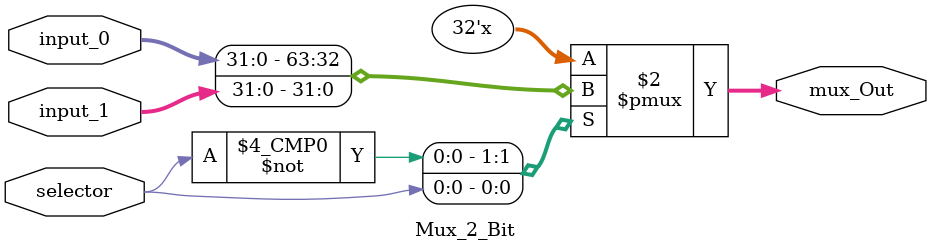
<source format=v>
module Mux_2_Bit(
    input_0,
    input_1,
    selector,
    mux_Out
    );

    parameter DATA_WIDTH = 32;
    input [DATA_WIDTH -1:0] input_0;               
    input [DATA_WIDTH -1:0] input_1;                
    input selector;              
    output reg [DATA_WIDTH -1:0] mux_Out;
    
    always @ (*) begin
      case (selector)
        1'b0: 
          mux_Out = input_0;
        1'b1: 
          mux_Out = input_1;
        default: 
          mux_Out = 32'bx; 
      endcase
    end

endmodule

</source>
